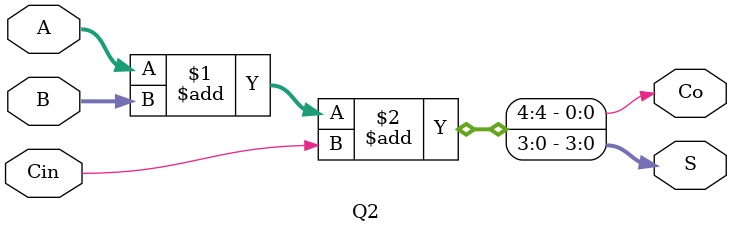
<source format=v>
  `timescale 1ns/1ns
module Q2(input [3:0] A,B,input Cin, output [3:0] S, output Co);
assign {Co,S}=A+B+Cin;
endmodule

</source>
